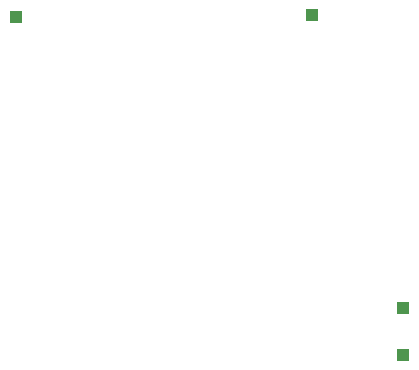
<source format=gbr>
%TF.GenerationSoftware,KiCad,Pcbnew,8.0.0*%
%TF.CreationDate,2024-03-27T12:23:41-02:30*%
%TF.ProjectId,wireless-power,77697265-6c65-4737-932d-706f7765722e,rev?*%
%TF.SameCoordinates,Original*%
%TF.FileFunction,Soldermask,Bot*%
%TF.FilePolarity,Negative*%
%FSLAX46Y46*%
G04 Gerber Fmt 4.6, Leading zero omitted, Abs format (unit mm)*
G04 Created by KiCad (PCBNEW 8.0.0) date 2024-03-27 12:23:41*
%MOMM*%
%LPD*%
G01*
G04 APERTURE LIST*
%ADD10R,1.000000X1.000000*%
G04 APERTURE END LIST*
D10*
%TO.C,TP3*%
X139800000Y-60100000D03*
%TD*%
%TO.C,TP4*%
X114700000Y-60300000D03*
%TD*%
%TO.C,TP2*%
X147500000Y-88930000D03*
%TD*%
%TO.C,TP1*%
X147500000Y-84900000D03*
%TD*%
M02*

</source>
